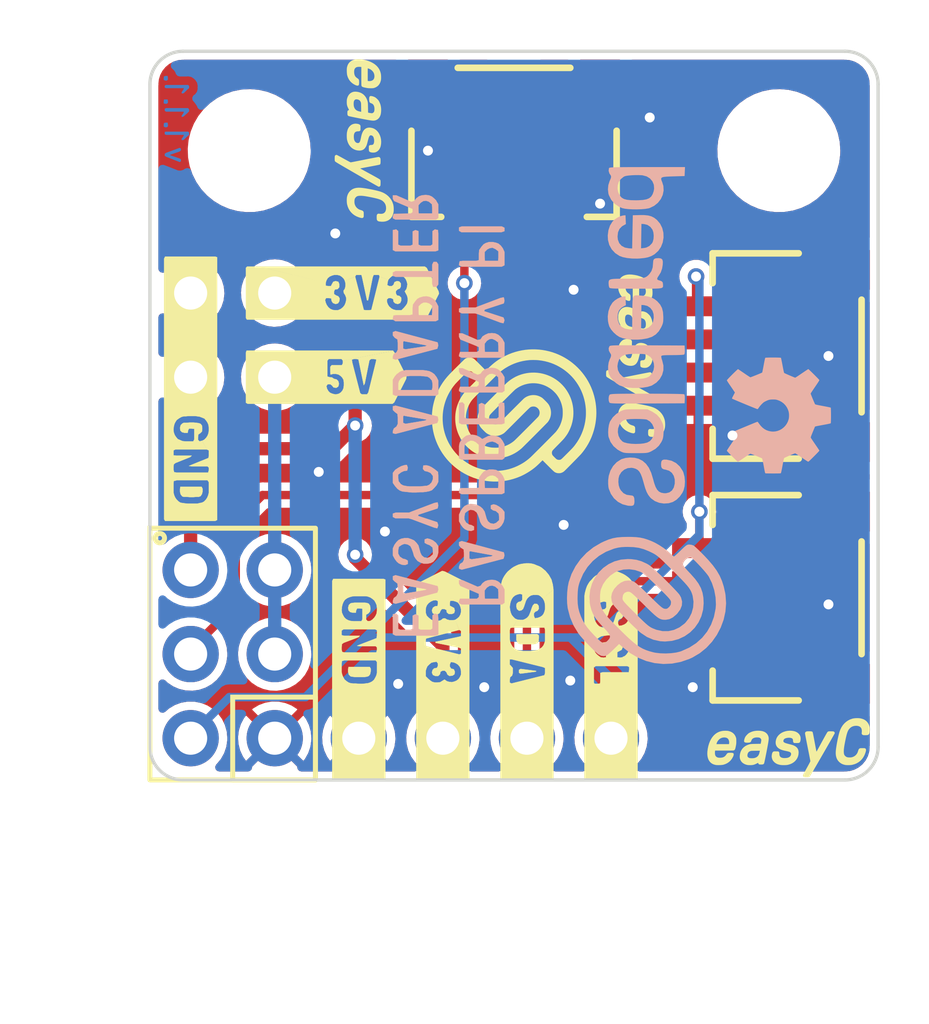
<source format=kicad_pcb>
(kicad_pcb (version 20210623) (generator pcbnew)
  (title_block (title "Raspberry Pi easyC adapter") (date "2021-07-12") (rev "V1.1.1.") (company "SOLDERED") (comment 1 "333019"))
  (layers (0 "F.Cu" signal) (31 "B.Cu" signal) (34 "B.Paste" user) (35 "F.Paste" user) (36 "B.SilkS" user "B.Silkscreen") (37 "F.SilkS" user "F.Silkscreen") (38 "B.Mask" user) (39 "F.Mask" user) (44 "Edge.Cuts" user))
  (net 0 "")
  (net 1 "5V")
  (net 2 "GND")
  (net 3 "3V3")
  (net 4 "SCL")
  (net 5 "SDA")
  (footprint "e-radionica.com footprinti:HOLE_3.2mm" (layer "F.Cu") (at 120.7 107.05 -90)
    (fp_text reference "H2" hide)
    (fp_text value "HOLE_3.2mm" hide)
    (pad "" np_thru_hole circle locked (at 0 0 270) (size 3.2 3.2) (drill 3.2) (layers F&B.Cu *.Mask))
  )
  (footprint "buzzardLabel" (layer "F.Cu") (at 113.09 126.45 -90)
    (fp_text reference "" (at 0 0 90) (layer "F.SilkS") (effects (font (size 1.27 1.27))))
    (fp_text value "" (at 0 0 90) (layer "F.SilkS") (effects (font (size 1.27 1.27))))
  )
  (footprint "Soldered Graphics:Logo-Back-OSH-3.5mm" (layer "F.Cu") (at 120.7 115.05 -90)
    (fp_text reference "G***" hide)
    (fp_text value "LOGO" hide)
  )
  (footprint "buzzardLabel" (layer "F.Cu") (at 108.01 126.45 -90)
    (fp_text reference "" (at 0 0 90) (layer "F.SilkS") (effects (font (size 1.27 1.27))))
    (fp_text value "" (at 0 0 90) (layer "F.SilkS") (effects (font (size 1.27 1.27))))
  )
  (footprint "e-radionica.com footprinti:HOLE_3.2mm" (layer "F.Cu") (at 104.7 107.05 -90)
    (fp_text reference "H1" hide)
    (fp_text value "HOLE_3.2mm" hide)
    (pad "" np_thru_hole circle locked (at 0 0 270) (size 3.2 3.2) (drill 3.2) (layers F&B.Cu *.Mask))
  )
  (footprint "buzzardLabel" (layer "F.Cu") (at 104.2 113.89)
    (fp_text reference "" (at 0 0) (layer "F.SilkS") (effects (font (size 1.27 1.27))))
    (fp_text value "" (at 0 0) (layer "F.SilkS") (effects (font (size 1.27 1.27))))
  )
  (footprint "e-radionica.com footprinti:HEADER_FEMALE_3X2_BOTTOM" (layer "F.Cu") (at 104.2 122.25 -90)
    (fp_text reference "K3")
    (fp_text value "HEADER_FEMALE_3X2_BOTTOM")
    (pad "1" thru_hole circle locked (at -2.54 1.27 270) (size 1.7 1.7) (drill 1) (layers *.Cu *.Mask) (net 3 "3V3"))
    (pad "2" thru_hole circle locked (at 0 1.27 270) (size 1.7 1.7) (drill 1) (layers *.Cu *.Mask) (net 5 "SDA"))
    (pad "3" thru_hole circle locked (at 2.54 1.27 270) (size 1.7 1.7) (drill 1) (layers *.Cu *.Mask) (net 4 "SCL"))
    (pad "4" thru_hole circle locked (at 2.54 -1.27 270) (size 1.7 1.7) (drill 1) (layers *.Cu *.Mask) (net 2 "GND"))
    (pad "5" thru_hole circle locked (at 0 -1.27 270) (size 1.7 1.7) (drill 1) (layers *.Cu *.Mask) (net 1 "5V"))
    (pad "6" thru_hole circle locked (at -2.54 -1.27 270) (size 1.7 1.7) (drill 1) (layers *.Cu *.Mask) (net 1 "5V"))
  )
  (footprint "Soldered Graphics:Logo-Front-easyC-5mm" (layer "F.Cu") (at 108.2 106.75 -90)
    (fp_text reference "G***" hide)
    (fp_text value "LOGO" hide)
  )
  (footprint "Soldered Graphics:Logo-Front-Soldered-5mm" (layer "F.Cu") (at 112.7 115.05 -90)
    (fp_text reference "G***" hide)
    (fp_text value "LOGO" hide)
  )
  (footprint "e-radionica.com footprinti:HEADER_MALE_2X1" (layer "F.Cu") (at 104.2 111.35)
    (fp_text reference "K2")
    (fp_text value "HEADER_MALE_2X1")
    (pad "1" thru_hole circle locked (at -1.27 0) (size 1.524 1.524) (drill 1) (layers *.Cu *.Mask) (net 2 "GND"))
    (pad "2" thru_hole circle locked (at 1.27 0) (size 1.524 1.524) (drill 1) (layers *.Cu *.Mask) (net 3 "3V3"))
  )
  (footprint "buzzardLabel" (layer "F.Cu") (at 104.2 111.35)
    (fp_text reference "" (at 0 0) (layer "F.SilkS") (effects (font (size 1.27 1.27))))
    (fp_text value "" (at 0 0) (layer "F.SilkS") (effects (font (size 1.27 1.27))))
  )
  (footprint "e-radionica.com footprinti:HEADER_MALE_4X1" (layer "F.Cu") (at 111.82 124.79)
    (fp_text reference "K6")
    (fp_text value "HEADER_MALE_4X1")
    (pad "1" thru_hole circle locked (at -3.81 0) (size 1.7 1.7) (drill 1) (layers *.Cu *.Mask) (net 2 "GND"))
    (pad "2" thru_hole circle locked (at -1.27 0) (size 1.7 1.7) (drill 1) (layers *.Cu *.Mask) (net 3 "3V3"))
    (pad "3" thru_hole circle locked (at 1.27 0) (size 1.7 1.7) (drill 1) (layers *.Cu *.Mask) (net 5 "SDA"))
    (pad "4" thru_hole circle locked (at 3.81 0) (size 1.7 1.7) (drill 1) (layers *.Cu *.Mask) (net 4 "SCL"))
  )
  (footprint "buzzardLabel" (layer "F.Cu") (at 115.63 126.45 -90)
    (fp_text reference "" (at 0 0 90) (layer "F.SilkS") (effects (font (size 1.27 1.27))))
    (fp_text value "" (at 0 0 90) (layer "F.SilkS") (effects (font (size 1.27 1.27))))
  )
  (footprint "Soldered Graphics:Logo-Back-SolderedFULL-15mm" (layer "F.Cu") (at 116.7 115.05 -90)
    (fp_text reference "REF**" hide)
    (fp_text value "Logo-Front-SolderedFULL-15mm" hide)
  )
  (footprint "e-radionica.com footprinti:FIDUCIAL_23" (layer "F.Cu") (at 112.7 105.95 -90)
    (fp_text reference "FD1")
    (fp_text value "FIDUCIAL")
    (fp_circle (center 0 0) (end 1 0) (layer "F.Cu") (width 0.2) (fill none))
    (pad "1" smd circle (at 0 0 270) (size 1 1) (layers "F.Cu" "F.Paste" "F.Mask") (clearance 1.1))
  )
  (footprint "Soldered Graphics:Logo-Front-easyC-5mm" (layer "F.Cu") (at 121 125.05)
    (fp_text reference "G***" hide)
    (fp_text value "LOGO" hide)
  )
  (footprint "e-radionica.com footprinti:HEADER_MALE_2X1" (layer "F.Cu") (at 104.2 113.89)
    (fp_text reference "K1")
    (fp_text value "HEADER_MALE_2X1")
    (pad "1" thru_hole circle locked (at -1.27 0) (size 1.524 1.524) (drill 1) (layers *.Cu *.Mask) (net 2 "GND"))
    (pad "2" thru_hole circle locked (at 1.27 0) (size 1.524 1.524) (drill 1) (layers *.Cu *.Mask) (net 1 "5V"))
  )
  (footprint "buzzardLabel" (layer "F.Cu") (at 102.93 109.85 -90)
    (fp_text reference "" (at 0 0 90) (layer "F.SilkS") (effects (font (size 1.27 1.27))))
    (fp_text value "" (at 0 0 90) (layer "F.SilkS") (effects (font (size 1.27 1.27))))
  )
  (footprint "buzzardLabel" (layer "F.Cu") (at 110.55 126.45 -90)
    (fp_text reference "" (at 0 0 90) (layer "F.SilkS") (effects (font (size 1.27 1.27))))
    (fp_text value "" (at 0 0 90) (layer "F.SilkS") (effects (font (size 1.27 1.27))))
  )
  (footprint "Soldered Graphics:Logo-Front-easyC-5mm" (layer "F.Cu") (at 116.4 113.25 -90)
    (fp_text reference "G***" hide)
    (fp_text value "LOGO" hide)
  )
  (footprint "e-radionica.com footprinti:easyC-connector" (layer "F.Cu") (at 112.7 107.35)
    (fp_text reference "K7")
    (fp_text value "easyC-SMD")
    (pad "1" smd rect locked (at -1.5 2.15) (size 0.6 1.55) (layers "F.Cu" "F.Paste" "F.Mask") (net 4 "SCL"))
    (pad "2" smd rect locked (at -0.5 2.15) (size 0.6 1.55) (layers "F.Cu" "F.Paste" "F.Mask") (net 5 "SDA"))
    (pad "3" smd rect locked (at 0.5 2.15) (size 0.6 1.55) (layers "F.Cu" "F.Paste" "F.Mask") (net 3 "3V3"))
    (pad "4" smd rect locked (at 1.5 2.15) (size 0.6 1.55) (layers "F.Cu" "F.Paste" "F.Mask") (net 2 "GND"))
    (pad "5" smd rect locked (at -2.6 -2.15) (size 1.2 1.8) (layers "F.Cu" "F.Paste" "F.Mask") (net 2 "GND"))
    (pad "5" smd rect locked (at 2.6 -2.15) (size 1.2 1.8) (layers "F.Cu" "F.Paste" "F.Mask") (net 2 "GND"))
  )
  (footprint "e-radionica.com footprinti:easyC-connector" (layer "F.Cu") (at 120.4 120.55 -90)
    (fp_text reference "K4")
    (fp_text value "easyC-SMD")
    (pad "1" smd rect locked (at -1.5 2.15 270) (size 0.6 1.55) (layers "F.Cu" "F.Paste" "F.Mask") (net 4 "SCL"))
    (pad "2" smd rect locked (at -0.5 2.15 270) (size 0.6 1.55) (layers "F.Cu" "F.Paste" "F.Mask") (net 5 "SDA"))
    (pad "3" smd rect locked (at 0.5 2.15 270) (size 0.6 1.55) (layers "F.Cu" "F.Paste" "F.Mask") (net 3 "3V3"))
    (pad "4" smd rect locked (at 1.5 2.15 270) (size 0.6 1.55) (layers "F.Cu" "F.Paste" "F.Mask") (net 2 "GND"))
    (pad "5" smd rect locked (at 2.6 -2.15 270) (size 1.2 1.8) (layers "F.Cu" "F.Paste" "F.Mask") (net 2 "GND"))
    (pad "5" smd rect locked (at -2.6 -2.15 270) (size 1.2 1.8) (layers "F.Cu" "F.Paste" "F.Mask") (net 2 "GND"))
  )
  (footprint "e-radionica.com footprinti:easyC-connector" (layer "F.Cu") (at 120.4 113.25 -90)
    (fp_text reference "K5")
    (fp_text value "easyC-SMD")
    (pad "1" smd rect locked (at -1.5 2.15 270) (size 0.6 1.55) (layers "F.Cu" "F.Paste" "F.Mask") (net 4 "SCL"))
    (pad "2" smd rect locked (at -0.5 2.15 270) (size 0.6 1.55) (layers "F.Cu" "F.Paste" "F.Mask") (net 5 "SDA"))
    (pad "3" smd rect locked (at 0.5 2.15 270) (size 0.6 1.55) (layers "F.Cu" "F.Paste" "F.Mask") (net 3 "3V3"))
    (pad "4" smd rect locked (at 1.5 2.15 270) (size 0.6 1.55) (layers "F.Cu" "F.Paste" "F.Mask") (net 2 "GND"))
    (pad "5" smd rect locked (at 2.6 -2.15 270) (size 1.2 1.8) (layers "F.Cu" "F.Paste" "F.Mask") (net 2 "GND"))
    (pad "5" smd rect locked (at -2.6 -2.15 270) (size 1.2 1.8) (layers "F.Cu" "F.Paste" "F.Mask") (net 2 "GND"))
  )
  (footprint "buzzardLabel" (layer "B.Cu") (at 109.7 115.05 90)
    (fp_text reference "" (at 0 0 90) (layer "B.SilkS") (effects (font (size 1.27 1.27)) (justify mirror)))
    (fp_text value "" (at 0 0 90) (layer "B.SilkS") (effects (font (size 1.27 1.27)) (justify mirror)))
  )
  (footprint "Soldered Graphics:Version1.1.1." (layer "B.Cu") (at 102.5 106.05 90)
    (fp_text reference "REF**" hide)
    (fp_text value "Version1.1.1." hide)
    (fp_poly (pts (xy 1.14 -0.38) (xy 1.19 -0.38) (xy 1.24 -0.37) (xy 1.25 -0.33) (xy 1.25 -0.27) (xy 1.2 -0.26) (xy 1.15 -0.26) (xy 1.12 -0.29) (xy 1.12 -0.34) (xy 1.14 -0.38)) (layer "B.Cu") (width 0.01) (fill solid))
    (fp_poly (pts (xy -0.5 -0.35) (xy -0.44 -0.35) (xy -0.43 -0.31) (xy -0.43 0.35) (xy -0.46 0.38) (xy -0.52 0.38) (xy -0.55 0.34) (xy -0.67 0.22) (xy -0.68 0.17) (xy -0.65 0.16) (xy -0.56 0.22) (xy -0.52 0.23) (xy -0.52 -0.31) (xy -0.5 -0.35)) (layer "B.Cu") (width 0.01) (fill solid))
    (fp_poly (pts (xy -1.15 -0.35) (xy -1.1 -0.35) (xy -1.07 -0.31) (xy -0.92 0.1) (xy -0.94 0.13) (xy -0.99 0.13) (xy -1.02 0.1) (xy -1.11 -0.16) (xy -1.13 -0.21) (xy -1.15 -0.17) (xy -1.24 0.09) (xy -1.26 0.13) (xy -1.32 0.13) (xy -1.34 0.1) (xy -1.18 -0.31) (xy -1.15 -0.35)) (layer "B.Cu") (width 0.01) (fill solid))
    (fp_poly (pts (xy 0.91 -0.35) (xy 0.96 -0.35) (xy 0.98 -0.31) (xy 0.98 0.35) (xy 0.95 0.38) (xy 0.89 0.38) (xy 0.86 0.34) (xy 0.74 0.22) (xy 0.73 0.17) (xy 0.76 0.16) (xy 0.85 0.22) (xy 0.89 0.23) (xy 0.89 -0.31) (xy 0.91 -0.35)) (layer "B.Cu") (width 0.01) (fill solid))
    (fp_poly (pts (xy 0.21 -0.35) (xy 0.26 -0.35) (xy 0.28 -0.31) (xy 0.28 0.35) (xy 0.24 0.38) (xy 0.19 0.38) (xy 0.15 0.34) (xy 0.04 0.22) (xy 0.02 0.17) (xy 0.05 0.16) (xy 0.14 0.22) (xy 0.18 0.23) (xy 0.18 -0.31) (xy 0.21 -0.35)) (layer "B.Cu") (width 0.01) (fill solid))
    (fp_poly (pts (xy -0.27 -0.38) (xy -0.22 -0.38) (xy -0.17 -0.37) (xy -0.16 -0.33) (xy -0.16 -0.27) (xy -0.21 -0.26) (xy -0.26 -0.26) (xy -0.29 -0.29) (xy -0.29 -0.34) (xy -0.27 -0.38)) (layer "B.Cu") (width 0.01) (fill solid))
    (fp_poly (pts (xy 0.43 -0.38) (xy 0.48 -0.38) (xy 0.54 -0.37) (xy 0.54 -0.33) (xy 0.54 -0.27) (xy 0.5 -0.26) (xy 0.45 -0.26) (xy 0.42 -0.29) (xy 0.42 -0.34) (xy 0.43 -0.38)) (layer "B.Cu") (width 0.01) (fill solid))
  )
  (footprint "buzzardLabel" (layer "B.Cu") (at 111.7 115.05 90)
    (fp_text reference "" (at 0 0 90) (layer "B.SilkS") (effects (font (size 1.27 1.27)) (justify mirror)))
    (fp_text value "" (at 0 0 90) (layer "B.SilkS") (effects (font (size 1.27 1.27)) (justify mirror)))
  )
  (gr_circle (center 102 118.75) (end 102.1 118.85) (layer "F.SilkS") (width 0.15) (fill none))
  (gr_rect (start 106.7 118.45) (end 101.7 126.05) (layer "F.SilkS") (width 0.15) (fill none))
  (gr_rect (start 106.7 123.55) (end 104.2 126.05) (layer "F.SilkS") (width 0.15) (fill none))
  (gr_line (start 122.7 126.05) (end 102.7 126.05) (layer "Edge.Cuts") (width 0.1))
  (gr_arc (start 122.7 125.05) (end 123.7 125.05) (angle 90) (layer "Edge.Cuts") (width 0.1))
  (gr_line (start 102.7 104.05) (end 122.7 104.05) (layer "Edge.Cuts") (width 0.1))
  (gr_line (start 101.7 125.05) (end 101.7 105.05) (layer "Edge.Cuts") (width 0.1))
  (gr_arc (start 102.7 125.05) (end 102.7 126.05) (angle 90) (layer "Edge.Cuts") (width 0.1))
  (gr_arc (start 122.7 105.05) (end 123.7 105.05) (angle -90) (layer "Edge.Cuts") (width 0.1))
  (gr_line (start 123.7 105.05) (end 123.7 125.05) (layer "Edge.Cuts") (width 0.1))
  (gr_arc (start 102.7 105.05) (end 101.7 105.05) (angle 90) (layer "Edge.Cuts") (width 0.1))
  (segment (start 105.47 119.71) (end 105.47 113.89) (width 0.4) (layer "B.Cu") (net 1))
  (segment (start 105.47 119.71) (end 105.47 122.25) (width 0.4) (layer "B.Cu") (net 1))
  (via (at 114.4 123.05) (size 0.5) (drill 0.3) (layers "F.Cu" "B.Cu") (net 2))
  (via (at 116.8 106.05) (size 0.5) (drill 0.3) (layers "F.Cu" "B.Cu") (net 2))
  (via (at 114.5 111.25) (size 0.5) (drill 0.3) (layers "F.Cu" "B.Cu") (net 2))
  (via (at 108.8 118.55) (size 0.5) (drill 0.3) (layers "F.Cu" "B.Cu") (net 2))
  (via (at 119.3 115.65) (size 0.5) (drill 0.3) (layers "F.Cu" "B.Cu") (net 2))
  (via (at 122.2 113.25) (size 0.5) (drill 0.3) (layers "F.Cu" "B.Cu") (net 2))
  (via (at 110.1 107.05) (size 0.5) (drill 0.3) (layers "F.Cu" "B.Cu") (net 2))
  (via (at 109.2 123.15) (size 0.5) (drill 0.3) (layers "F.Cu" "B.Cu") (net 2))
  (via (at 107.3 109.55) (size 0.5) (drill 0.3) (layers "F.Cu" "B.Cu") (net 2))
  (via (at 111.8 123.25) (size 0.5) (drill 0.3) (layers "F.Cu" "B.Cu") (net 2))
  (via (at 122.2 120.75) (size 0.5) (drill 0.3) (layers "F.Cu" "B.Cu") (net 2))
  (via (at 118.1 123.25) (size 0.5) (drill 0.3) (layers "F.Cu" "B.Cu") (net 2))
  (via (at 114.2 118.35) (size 0.5) (drill 0.3) (layers "F.Cu" "B.Cu") (net 2))
  (via (at 115.3 108.65) (size 0.5) (drill 0.3) (layers "F.Cu" "B.Cu") (net 2))
  (via (at 106.8 116.75) (size 0.5) (drill 0.3) (layers "F.Cu" "B.Cu") (net 2))
  (segment (start 102.93 117.42) (end 104.3 116.05) (width 0.4) (layer "F.Cu") (net 3))
  (segment (start 107.9 110.55) (end 110.6 107.85) (width 0.4) (layer "F.Cu") (net 3))
  (segment (start 102.93 119.71) (end 102.93 117.42) (width 0.4) (layer "F.Cu") (net 3))
  (segment (start 107.9 112.15) (end 107.1 111.35) (width 0.4) (layer "F.Cu") (net 3))
  (segment (start 107.9 119.35) (end 110.55 122) (width 0.4) (layer "F.Cu") (net 3))
  (segment (start 113.2 108.45) (end 113.2 109.5) (width 0.4) (layer "F.Cu") (net 3))
  (segment (start 104.3 116.05) (end 107.2 116.05) (width 0.4) (layer "F.Cu") (net 3))
  (segment (start 119.6 121.05) (end 120.2 120.45) (width 0.4) (layer "F.Cu") (net 3))
  (segment (start 110.6 107.85) (end 112.6 107.85) (width 0.4) (layer "F.Cu") (net 3))
  (segment (start 107.2 116.05) (end 107.9 115.35) (width 0.4) (layer "F.Cu") (net 3))
  (segment (start 107.9 119.25) (end 107.9 119.35) (width 0.4) (layer "F.Cu") (net 3))
  (segment (start 120.2 113.05) (end 119.5 113.75) (width 0.4) (layer "F.Cu") (net 3))
  (segment (start 112.6 107.85) (end 113.2 108.45) (width 0.4) (layer "F.Cu") (net 3))
  (segment (start 120.2 111.25) (end 120.2 113.05) (width 0.4) (layer "F.Cu") (net 3))
  (segment (start 119.5 113.75) (end 118.25 113.75) (width 0.4) (layer "F.Cu") (net 3))
  (segment (start 107.9 112.15) (end 107.9 110.55) (width 0.4) (layer "F.Cu") (net 3))
  (segment (start 107.9 115.35) (end 107.9 112.15) (width 0.4) (layer "F.Cu") (net 3))
  (segment (start 116.8 107.85) (end 120.2 111.25) (width 0.4) (layer "F.Cu") (net 3))
  (segment (start 120.2 120.45) (end 120.2 113.05) (width 0.4) (layer "F.Cu") (net 3))
  (segment (start 107.1 111.35) (end 105.47 111.35) (width 0.4) (layer "F.Cu") (net 3))
  (segment (start 110.55 122) (end 110.55 124.79) (width 0.4) (layer "F.Cu") (net 3))
  (segment (start 112.6 107.85) (end 116.8 107.85) (width 0.4) (layer "F.Cu") (net 3))
  (segment (start 118.25 121.05) (end 119.6 121.05) (width 0.4) (layer "F.Cu") (net 3))
  (via (at 107.9 119.25) (size 0.5) (drill 0.3) (layers "F.Cu" "B.Cu") (net 3))
  (via (at 107.9 115.35) (size 0.5) (drill 0.3) (layers "F.Cu" "B.Cu") (net 3))
  (segment (start 107.9 119.25) (end 107.9 115.35) (width 0.4) (layer "B.Cu") (net 3))
  (segment (start 118.3 117.95) (end 118.3 119) (width 0.254) (layer "F.Cu") (net 4))
  (segment (start 118.3 119) (end 118.25 119.05) (width 0.254) (layer "F.Cu") (net 4))
  (segment (start 111.2 109.5) (end 111.2 111.05) (width 0.254) (layer "F.Cu") (net 4))
  (segment (start 118.2 111.7) (end 118.25 111.75) (width 0.254) (layer "F.Cu") (net 4))
  (segment (start 118.2 110.85) (end 118.2 111.7) (width 0.254) (layer "F.Cu") (net 4))
  (via (at 118.3 117.95) (size 0.5) (drill 0.3) (layers "F.Cu" "B.Cu") (net 4))
  (via (at 111.2 111.05) (size 0.5) (drill 0.3) (layers "F.Cu" "B.Cu") (net 4))
  (via (at 118.2 110.85) (size 0.5) (drill 0.3) (layers "F.Cu" "B.Cu") (net 4))
  (segment (start 115.63 122.98) (end 115.63 124.79) (width 0.254) (layer "B.Cu") (net 4))
  (segment (start 111.2 111.05) (end 111.2 118.75) (width 0.254) (layer "B.Cu") (net 4))
  (segment (start 115.2 121.75) (end 114.4 121.75) (width 0.254) (layer "B.Cu") (net 4))
  (segment (start 104.1 123.55) (end 106.4 123.55) (width 0.254) (layer "B.Cu") (net 4))
  (segment (start 118.3 110.95) (end 118.2 110.85) (width 0.254) (layer "B.Cu") (net 4))
  (segment (start 118.3 118.65) (end 115.2 121.75) (width 0.254) (layer "B.Cu") (net 4))
  (segment (start 114.4 121.75) (end 115.63 122.98) (width 0.254) (layer "B.Cu") (net 4))
  (segment (start 102.93 124.72) (end 104.1 123.55) (width 0.254) (layer "B.Cu") (net 4))
  (segment (start 106.4 123.55) (end 108.2 121.75) (width 0.254) (layer "B.Cu") (net 4))
  (segment (start 102.93 124.79) (end 102.93 124.72) (width 0.254) (layer "B.Cu") (net 4))
  (segment (start 111.2 118.75) (end 108.2 121.75) (width 0.254) (layer "B.Cu") (net 4))
  (segment (start 118.3 117.95) (end 118.3 110.95) (width 0.254) (layer "B.Cu") (net 4))
  (segment (start 108.2 121.75) (end 114.4 121.75) (width 0.254) (layer "B.Cu") (net 4))
  (segment (start 118.3 117.95) (end 118.3 118.65) (width 0.254) (layer "B.Cu") (net 4))
  (segment (start 102.93 122.25) (end 102.93 122.12) (width 0.254) (layer "F.Cu") (net 5))
  (segment (start 105.1 117.45) (end 112.2 117.45) (width 0.254) (layer "F.Cu") (net 5))
  (segment (start 113.8 120.05) (end 113.09 119.34) (width 0.254) (layer "F.Cu") (net 5))
  (segment (start 113.09 124.79) (end 113.09 119.34) (width 0.254) (layer "F.Cu") (net 5))
  (segment (start 104.292989 118.257011) (end 105.1 117.45) (width 0.254) (layer "F.Cu") (net 5))
  (segment (start 113.09 111.56) (end 113.1 111.55) (width 0.254) (layer "F.Cu") (net 5))
  (segment (start 113.09 119.34) (end 113.09 118.34) (width 0.254) (layer "F.Cu") (net 5))
  (segment (start 112.71 117.96) (end 113.09 118.34) (width 0.254) (layer "F.Cu") (net 5))
  (segment (start 104.292989 120.757011) (end 104.292989 118.257011) (width 0.254) (layer "F.Cu") (net 5))
  (segment (start 112.2 109.5) (end 112.2 110.65) (width 0.254) (layer "F.Cu") (net 5))
  (segment (start 114.3 112.75) (end 118.25 112.75) (width 0.254) (layer "F.Cu") (net 5))
  (segment (start 113.1 111.55) (end 114.3 112.75) (width 0.254) (layer "F.Cu") (net 5))
  (segment (start 113.09 117.96) (end 113.09 111.56) (width 0.254) (layer "F.Cu") (net 5))
  (segment (start 113.09 118.34) (end 113.09 117.96) (width 0.254) (layer "F.Cu") (net 5))
  (segment (start 118.25 120.05) (end 113.8 120.05) (width 0.254) (layer "F.Cu") (net 5))
  (segment (start 112.2 110.65) (end 113.1 111.55) (width 0.254) (layer "F.Cu") (net 5))
  (segment (start 112.2 117.45) (end 113.09 118.34) (width 0.254) (layer "F.Cu") (net 5))
  (segment (start 102.93 122.12) (end 104.292989 120.757011) (width 0.254) (layer "F.Cu") (net 5))
  (zone (net 2) (net_name "GND") (layers F&B.Cu) (connect_pads (clearance 0.254)) (min_thickness 0.254) (fill yes (thermal_gap 0.254) (thermal_bridge_width 0.254))
    (polygon (pts (xy 101.7 126.05) (xy 101.7 104.05) (xy 123.7 104.05) (xy 123.7 126.05)))
  )
)
</source>
